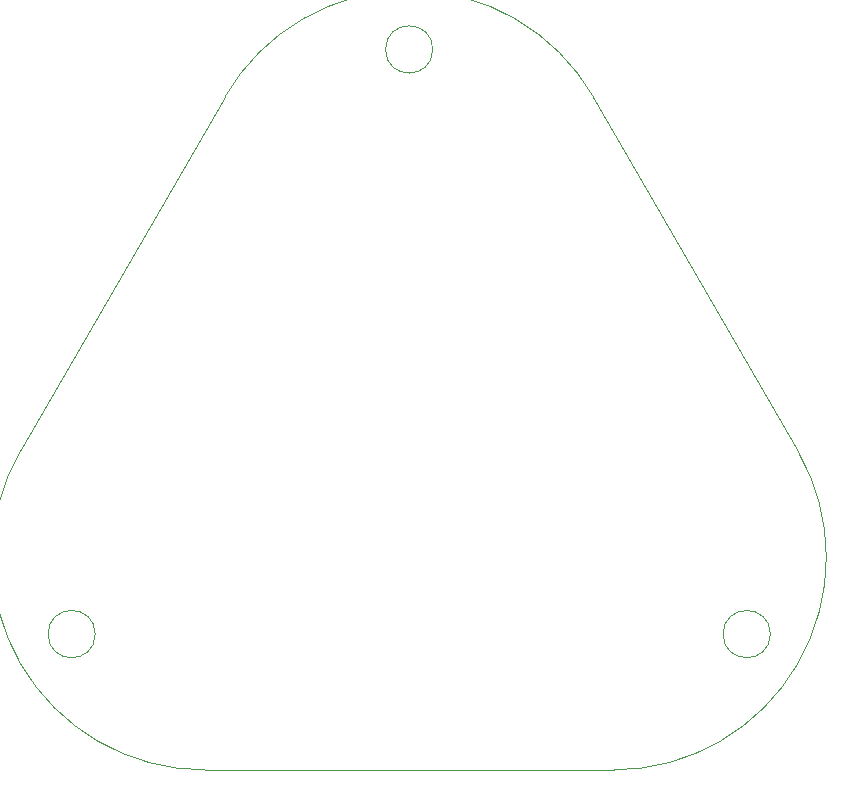
<source format=gm1>
%TF.GenerationSoftware,KiCad,Pcbnew,9.0.6*%
%TF.CreationDate,2026-02-04T04:17:41+01:00*%
%TF.ProjectId,lidar,6c696461-722e-46b6-9963-61645f706362,rev?*%
%TF.SameCoordinates,Original*%
%TF.FileFunction,Profile,NP*%
%FSLAX46Y46*%
G04 Gerber Fmt 4.6, Leading zero omitted, Abs format (unit mm)*
G04 Created by KiCad (PCBNEW 9.0.6) date 2026-02-04 04:17:41*
%MOMM*%
%LPD*%
G01*
G04 APERTURE LIST*
%TA.AperFunction,Profile*%
%ADD10C,0.050000*%
%TD*%
G04 APERTURE END LIST*
D10*
X152000000Y-67000000D02*
G75*
G02*
X148000000Y-67000000I-2000000J0D01*
G01*
X148000000Y-67000000D02*
G75*
G02*
X152000000Y-67000000I2000000J0D01*
G01*
X132679000Y-128000000D02*
X167321000Y-128000000D01*
X182909000Y-101000000D02*
X165588000Y-71000000D01*
X132679000Y-128000000D02*
G75*
G02*
X117090527Y-101000027I0J18000000D01*
G01*
X182909000Y-101000000D02*
G75*
G02*
X167321229Y-127999604I-15588000J-9000000D01*
G01*
X123421000Y-116500000D02*
G75*
G02*
X119421000Y-116500000I-2000000J0D01*
G01*
X119421000Y-116500000D02*
G75*
G02*
X123421000Y-116500000I2000000J0D01*
G01*
X134412000Y-71000000D02*
G75*
G02*
X165588244Y-71000423I15588000J-9000000D01*
G01*
X134412000Y-71000000D02*
X117091000Y-101000000D01*
X180579000Y-116500000D02*
G75*
G02*
X176579000Y-116500000I-2000000J0D01*
G01*
X176579000Y-116500000D02*
G75*
G02*
X180579000Y-116500000I2000000J0D01*
G01*
M02*

</source>
